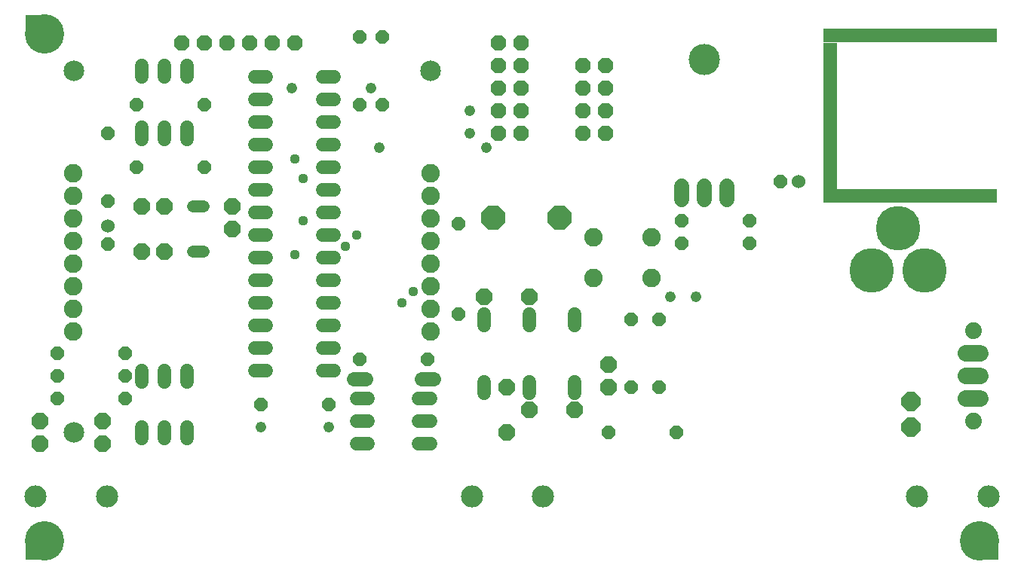
<source format=gbs>
G75*
G70*
%OFA0B0*%
%FSLAX24Y24*%
%IPPOS*%
%LPD*%
%AMOC8*
5,1,8,0,0,1.08239X$1,22.5*
%
%ADD10R,0.7677X0.0591*%
%ADD11R,0.0591X0.7087*%
%ADD12R,0.7087X0.0591*%
%ADD13C,0.0520*%
%ADD14OC8,0.0710*%
%ADD15C,0.0600*%
%ADD16OC8,0.0680*%
%ADD17OC8,0.0600*%
%ADD18OC8,0.1080*%
%ADD19OC8,0.0840*%
%ADD20C,0.0730*%
%ADD21C,0.0740*%
%ADD22C,0.0820*%
%ADD23C,0.1970*%
%ADD24C,0.0600*%
%ADD25C,0.0634*%
%ADD26C,0.0680*%
%ADD27C,0.1380*%
%ADD28C,0.0980*%
%ADD29C,0.0476*%
%ADD30R,0.0867X0.0867*%
%ADD31C,0.0437*%
%ADD32C,0.0907*%
%ADD33C,0.1740*%
D10*
X039847Y023312D03*
D11*
X036304Y019474D03*
D12*
X040142Y016226D03*
D13*
X008587Y015746D02*
X008147Y015746D01*
X008147Y013746D02*
X008587Y013746D01*
D14*
X009867Y014746D03*
X009867Y015746D03*
X006867Y015746D03*
X005867Y015746D03*
X005867Y013746D03*
X006867Y013746D03*
X004117Y006246D03*
X004117Y005246D03*
X001367Y005246D03*
X001367Y006246D03*
X020992Y011746D03*
X022992Y011746D03*
X026492Y008746D03*
X026492Y007746D03*
X024992Y006746D03*
X022992Y006746D03*
X021992Y007746D03*
X021992Y005746D03*
D15*
X022992Y007486D02*
X022992Y008006D01*
X024992Y008006D02*
X024992Y007486D01*
X020992Y007486D02*
X020992Y008006D01*
X018627Y007246D02*
X018107Y007246D01*
X018107Y006246D02*
X018627Y006246D01*
X018627Y005246D02*
X018107Y005246D01*
X015877Y005246D02*
X015357Y005246D01*
X015357Y006246D02*
X015877Y006246D01*
X015877Y007246D02*
X015357Y007246D01*
X014377Y008496D02*
X013857Y008496D01*
X013857Y009496D02*
X014377Y009496D01*
X014377Y010496D02*
X013857Y010496D01*
X013857Y011496D02*
X014377Y011496D01*
X014377Y012496D02*
X013857Y012496D01*
X013857Y013496D02*
X014377Y013496D01*
X014377Y014496D02*
X013857Y014496D01*
X013857Y015496D02*
X014377Y015496D01*
X014377Y016496D02*
X013857Y016496D01*
X013857Y017496D02*
X014377Y017496D01*
X014377Y018496D02*
X013857Y018496D01*
X013857Y019496D02*
X014377Y019496D01*
X014377Y020496D02*
X013857Y020496D01*
X013857Y021496D02*
X014377Y021496D01*
X011377Y021496D02*
X010857Y021496D01*
X010857Y020496D02*
X011377Y020496D01*
X011377Y019496D02*
X010857Y019496D01*
X010857Y018496D02*
X011377Y018496D01*
X011377Y017496D02*
X010857Y017496D01*
X010857Y016496D02*
X011377Y016496D01*
X011377Y015496D02*
X010857Y015496D01*
X010857Y014496D02*
X011377Y014496D01*
X011377Y013496D02*
X010857Y013496D01*
X010857Y012496D02*
X011377Y012496D01*
X011377Y011496D02*
X010857Y011496D01*
X010857Y010496D02*
X011377Y010496D01*
X011377Y009496D02*
X010857Y009496D01*
X010857Y008496D02*
X011377Y008496D01*
X007867Y008506D02*
X007867Y007986D01*
X006867Y007986D02*
X006867Y008506D01*
X005867Y008506D02*
X005867Y007986D01*
X005867Y006006D02*
X005867Y005486D01*
X006867Y005486D02*
X006867Y006006D01*
X007867Y006006D02*
X007867Y005486D01*
X020992Y010486D02*
X020992Y011006D01*
X022992Y011006D02*
X022992Y010486D01*
X024992Y010486D02*
X024992Y011006D01*
X007867Y018736D02*
X007867Y019256D01*
X006867Y019256D02*
X006867Y018736D01*
X005867Y018736D02*
X005867Y019256D01*
X005867Y021486D02*
X005867Y022006D01*
X006867Y022006D02*
X006867Y021486D01*
X007867Y021486D02*
X007867Y022006D01*
D16*
X007617Y022996D03*
X008617Y022996D03*
X009617Y022996D03*
X010617Y022996D03*
X011617Y022996D03*
X012617Y022996D03*
X021617Y022996D03*
X022617Y022996D03*
X022617Y021996D03*
X021617Y021996D03*
X021617Y020996D03*
X022617Y020996D03*
X022617Y019996D03*
X021617Y019996D03*
X021617Y018996D03*
X022617Y018996D03*
X025367Y018996D03*
X026367Y018996D03*
X026367Y019996D03*
X025367Y019996D03*
X025367Y020996D03*
X026367Y020996D03*
X026367Y021996D03*
X025367Y021996D03*
D17*
X016492Y023246D03*
X015492Y023246D03*
X015492Y020246D03*
X016492Y020246D03*
X008617Y020246D03*
X005617Y020246D03*
X004367Y018996D03*
X005617Y017496D03*
X004367Y015996D03*
X004367Y014096D03*
X008617Y017496D03*
X019867Y014996D03*
X019867Y010996D03*
X018492Y008996D03*
X015492Y008996D03*
X014117Y006996D03*
X011117Y006996D03*
X005117Y007246D03*
X005117Y008246D03*
X005117Y009246D03*
X002117Y009246D03*
X002117Y008246D03*
X002117Y007246D03*
X026492Y005746D03*
X029492Y005746D03*
X028742Y007746D03*
X027492Y007746D03*
X027492Y010746D03*
X028742Y010746D03*
X029742Y014121D03*
X029742Y015121D03*
X032742Y015121D03*
X032742Y014121D03*
X034092Y016871D03*
D18*
X024347Y015246D03*
X021387Y015246D03*
D19*
X039867Y007121D03*
X039867Y005996D03*
D20*
X042292Y007246D02*
X042941Y007246D01*
X042941Y008246D02*
X042292Y008246D01*
X042292Y009246D02*
X042941Y009246D01*
D21*
X042617Y010246D03*
X042617Y006246D03*
D22*
X028397Y012606D03*
X025837Y012606D03*
X025837Y014386D03*
X028397Y014386D03*
X018617Y014242D03*
X018617Y015242D03*
X018617Y016242D03*
X018617Y017242D03*
X018617Y013242D03*
X018617Y012242D03*
X018617Y011242D03*
X018617Y010242D03*
X002837Y010242D03*
X002837Y011242D03*
X002837Y012242D03*
X002837Y013242D03*
X002837Y014242D03*
X002837Y015242D03*
X002837Y016242D03*
X002837Y017242D03*
D23*
X038128Y012931D03*
X040451Y012931D03*
X039310Y014781D03*
D24*
X034892Y016871D03*
X004367Y014896D03*
D25*
X015215Y008121D02*
X015769Y008121D01*
X018215Y008121D02*
X018769Y008121D01*
D26*
X029742Y016071D02*
X029742Y016671D01*
X030742Y016671D02*
X030742Y016071D01*
X031742Y016071D02*
X031742Y016671D01*
D27*
X030742Y022271D03*
D28*
X023607Y002938D03*
X020457Y002938D03*
X004315Y002938D03*
X001166Y002938D03*
X040142Y002938D03*
X043292Y002938D03*
D29*
X030367Y011746D03*
X029242Y011746D03*
X021085Y018371D03*
X020367Y018996D03*
X020367Y019996D03*
X016367Y018371D03*
X015992Y020996D03*
X012492Y020996D03*
X011117Y005996D03*
X014117Y005996D03*
D30*
X001166Y000576D03*
X043292Y000576D03*
X001166Y023805D03*
D31*
X012618Y017865D03*
X012992Y016996D03*
X012992Y015121D03*
X014867Y013996D03*
X015367Y014496D03*
X012617Y013621D03*
X017367Y011496D03*
X017867Y011996D03*
D32*
X002867Y005746D03*
X002867Y021746D03*
X018617Y021746D03*
D33*
X001560Y023411D03*
X001560Y000970D03*
X042898Y000970D03*
M02*

</source>
